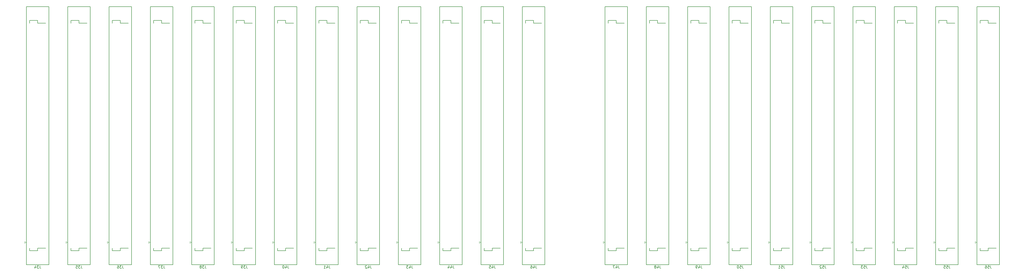
<source format=gbr>
G04 #@! TF.GenerationSoftware,KiCad,Pcbnew,(5.0.0)*
G04 #@! TF.CreationDate,2019-04-29T00:26:28+01:00*
G04 #@! TF.ProjectId,Backplane1,4261636B706C616E65312E6B69636164,rev?*
G04 #@! TF.SameCoordinates,Original*
G04 #@! TF.FileFunction,Legend,Bot*
G04 #@! TF.FilePolarity,Positive*
%FSLAX46Y46*%
G04 Gerber Fmt 4.6, Leading zero omitted, Abs format (unit mm)*
G04 Created by KiCad (PCBNEW (5.0.0)) date 04/29/19 00:26:28*
%MOMM*%
%LPD*%
G01*
G04 APERTURE LIST*
%ADD10C,0.120000*%
%ADD11C,0.150000*%
G04 APERTURE END LIST*
D10*
G04 #@! TO.C,J34*
X16740000Y-134320000D02*
X17340000Y-134620000D01*
X16740000Y-134920000D02*
X16740000Y-134320000D01*
X17340000Y-134620000D02*
X16740000Y-134920000D01*
D11*
X18615000Y-52750000D02*
X18615000Y-53750000D01*
X21565000Y-52750000D02*
X18615000Y-52750000D01*
X21565000Y-53750000D02*
X21565000Y-52750000D01*
X24565000Y-53750000D02*
X21565000Y-53750000D01*
X21565000Y-136750000D02*
X24565000Y-136750000D01*
X21565000Y-137750000D02*
X21565000Y-136750000D01*
X18615000Y-137750000D02*
X21565000Y-137750000D01*
X18615000Y-136750000D02*
X18615000Y-137750000D01*
X25740000Y-142850000D02*
X17440000Y-142850000D01*
X25740000Y-47650000D02*
X25740000Y-142850000D01*
X17440000Y-47650000D02*
X25740000Y-47650000D01*
X17440000Y-142850000D02*
X17440000Y-47650000D01*
D10*
G04 #@! TO.C,J35*
X31980000Y-134320000D02*
X32580000Y-134620000D01*
X31980000Y-134920000D02*
X31980000Y-134320000D01*
X32580000Y-134620000D02*
X31980000Y-134920000D01*
D11*
X33855000Y-52750000D02*
X33855000Y-53750000D01*
X36805000Y-52750000D02*
X33855000Y-52750000D01*
X36805000Y-53750000D02*
X36805000Y-52750000D01*
X39805000Y-53750000D02*
X36805000Y-53750000D01*
X36805000Y-136750000D02*
X39805000Y-136750000D01*
X36805000Y-137750000D02*
X36805000Y-136750000D01*
X33855000Y-137750000D02*
X36805000Y-137750000D01*
X33855000Y-136750000D02*
X33855000Y-137750000D01*
X40980000Y-142850000D02*
X32680000Y-142850000D01*
X40980000Y-47650000D02*
X40980000Y-142850000D01*
X32680000Y-47650000D02*
X40980000Y-47650000D01*
X32680000Y-142850000D02*
X32680000Y-47650000D01*
D10*
G04 #@! TO.C,J36*
X47220000Y-134320000D02*
X47820000Y-134620000D01*
X47220000Y-134920000D02*
X47220000Y-134320000D01*
X47820000Y-134620000D02*
X47220000Y-134920000D01*
D11*
X49095000Y-52750000D02*
X49095000Y-53750000D01*
X52045000Y-52750000D02*
X49095000Y-52750000D01*
X52045000Y-53750000D02*
X52045000Y-52750000D01*
X55045000Y-53750000D02*
X52045000Y-53750000D01*
X52045000Y-136750000D02*
X55045000Y-136750000D01*
X52045000Y-137750000D02*
X52045000Y-136750000D01*
X49095000Y-137750000D02*
X52045000Y-137750000D01*
X49095000Y-136750000D02*
X49095000Y-137750000D01*
X56220000Y-142850000D02*
X47920000Y-142850000D01*
X56220000Y-47650000D02*
X56220000Y-142850000D01*
X47920000Y-47650000D02*
X56220000Y-47650000D01*
X47920000Y-142850000D02*
X47920000Y-47650000D01*
D10*
G04 #@! TO.C,J46*
X199620000Y-134320000D02*
X200220000Y-134620000D01*
X199620000Y-134920000D02*
X199620000Y-134320000D01*
X200220000Y-134620000D02*
X199620000Y-134920000D01*
D11*
X201495000Y-52750000D02*
X201495000Y-53750000D01*
X204445000Y-52750000D02*
X201495000Y-52750000D01*
X204445000Y-53750000D02*
X204445000Y-52750000D01*
X207445000Y-53750000D02*
X204445000Y-53750000D01*
X204445000Y-136750000D02*
X207445000Y-136750000D01*
X204445000Y-137750000D02*
X204445000Y-136750000D01*
X201495000Y-137750000D02*
X204445000Y-137750000D01*
X201495000Y-136750000D02*
X201495000Y-137750000D01*
X208620000Y-142850000D02*
X200320000Y-142850000D01*
X208620000Y-47650000D02*
X208620000Y-142850000D01*
X200320000Y-47650000D02*
X208620000Y-47650000D01*
X200320000Y-142850000D02*
X200320000Y-47650000D01*
D10*
G04 #@! TO.C,J37*
X62460000Y-134320000D02*
X63060000Y-134620000D01*
X62460000Y-134920000D02*
X62460000Y-134320000D01*
X63060000Y-134620000D02*
X62460000Y-134920000D01*
D11*
X64335000Y-52750000D02*
X64335000Y-53750000D01*
X67285000Y-52750000D02*
X64335000Y-52750000D01*
X67285000Y-53750000D02*
X67285000Y-52750000D01*
X70285000Y-53750000D02*
X67285000Y-53750000D01*
X67285000Y-136750000D02*
X70285000Y-136750000D01*
X67285000Y-137750000D02*
X67285000Y-136750000D01*
X64335000Y-137750000D02*
X67285000Y-137750000D01*
X64335000Y-136750000D02*
X64335000Y-137750000D01*
X71460000Y-142850000D02*
X63160000Y-142850000D01*
X71460000Y-47650000D02*
X71460000Y-142850000D01*
X63160000Y-47650000D02*
X71460000Y-47650000D01*
X63160000Y-142850000D02*
X63160000Y-47650000D01*
D10*
G04 #@! TO.C,J38*
X77700000Y-134320000D02*
X78300000Y-134620000D01*
X77700000Y-134920000D02*
X77700000Y-134320000D01*
X78300000Y-134620000D02*
X77700000Y-134920000D01*
D11*
X79575000Y-52750000D02*
X79575000Y-53750000D01*
X82525000Y-52750000D02*
X79575000Y-52750000D01*
X82525000Y-53750000D02*
X82525000Y-52750000D01*
X85525000Y-53750000D02*
X82525000Y-53750000D01*
X82525000Y-136750000D02*
X85525000Y-136750000D01*
X82525000Y-137750000D02*
X82525000Y-136750000D01*
X79575000Y-137750000D02*
X82525000Y-137750000D01*
X79575000Y-136750000D02*
X79575000Y-137750000D01*
X86700000Y-142850000D02*
X78400000Y-142850000D01*
X86700000Y-47650000D02*
X86700000Y-142850000D01*
X78400000Y-47650000D02*
X86700000Y-47650000D01*
X78400000Y-142850000D02*
X78400000Y-47650000D01*
D10*
G04 #@! TO.C,J39*
X92940000Y-134320000D02*
X93540000Y-134620000D01*
X92940000Y-134920000D02*
X92940000Y-134320000D01*
X93540000Y-134620000D02*
X92940000Y-134920000D01*
D11*
X94815000Y-52750000D02*
X94815000Y-53750000D01*
X97765000Y-52750000D02*
X94815000Y-52750000D01*
X97765000Y-53750000D02*
X97765000Y-52750000D01*
X100765000Y-53750000D02*
X97765000Y-53750000D01*
X97765000Y-136750000D02*
X100765000Y-136750000D01*
X97765000Y-137750000D02*
X97765000Y-136750000D01*
X94815000Y-137750000D02*
X97765000Y-137750000D01*
X94815000Y-136750000D02*
X94815000Y-137750000D01*
X101940000Y-142850000D02*
X93640000Y-142850000D01*
X101940000Y-47650000D02*
X101940000Y-142850000D01*
X93640000Y-47650000D02*
X101940000Y-47650000D01*
X93640000Y-142850000D02*
X93640000Y-47650000D01*
D10*
G04 #@! TO.C,J40*
X108180000Y-134320000D02*
X108780000Y-134620000D01*
X108180000Y-134920000D02*
X108180000Y-134320000D01*
X108780000Y-134620000D02*
X108180000Y-134920000D01*
D11*
X110055000Y-52750000D02*
X110055000Y-53750000D01*
X113005000Y-52750000D02*
X110055000Y-52750000D01*
X113005000Y-53750000D02*
X113005000Y-52750000D01*
X116005000Y-53750000D02*
X113005000Y-53750000D01*
X113005000Y-136750000D02*
X116005000Y-136750000D01*
X113005000Y-137750000D02*
X113005000Y-136750000D01*
X110055000Y-137750000D02*
X113005000Y-137750000D01*
X110055000Y-136750000D02*
X110055000Y-137750000D01*
X117180000Y-142850000D02*
X108880000Y-142850000D01*
X117180000Y-47650000D02*
X117180000Y-142850000D01*
X108880000Y-47650000D02*
X117180000Y-47650000D01*
X108880000Y-142850000D02*
X108880000Y-47650000D01*
D10*
G04 #@! TO.C,J41*
X123420000Y-134320000D02*
X124020000Y-134620000D01*
X123420000Y-134920000D02*
X123420000Y-134320000D01*
X124020000Y-134620000D02*
X123420000Y-134920000D01*
D11*
X125295000Y-52750000D02*
X125295000Y-53750000D01*
X128245000Y-52750000D02*
X125295000Y-52750000D01*
X128245000Y-53750000D02*
X128245000Y-52750000D01*
X131245000Y-53750000D02*
X128245000Y-53750000D01*
X128245000Y-136750000D02*
X131245000Y-136750000D01*
X128245000Y-137750000D02*
X128245000Y-136750000D01*
X125295000Y-137750000D02*
X128245000Y-137750000D01*
X125295000Y-136750000D02*
X125295000Y-137750000D01*
X132420000Y-142850000D02*
X124120000Y-142850000D01*
X132420000Y-47650000D02*
X132420000Y-142850000D01*
X124120000Y-47650000D02*
X132420000Y-47650000D01*
X124120000Y-142850000D02*
X124120000Y-47650000D01*
D10*
G04 #@! TO.C,J42*
X138660000Y-134320000D02*
X139260000Y-134620000D01*
X138660000Y-134920000D02*
X138660000Y-134320000D01*
X139260000Y-134620000D02*
X138660000Y-134920000D01*
D11*
X140535000Y-52750000D02*
X140535000Y-53750000D01*
X143485000Y-52750000D02*
X140535000Y-52750000D01*
X143485000Y-53750000D02*
X143485000Y-52750000D01*
X146485000Y-53750000D02*
X143485000Y-53750000D01*
X143485000Y-136750000D02*
X146485000Y-136750000D01*
X143485000Y-137750000D02*
X143485000Y-136750000D01*
X140535000Y-137750000D02*
X143485000Y-137750000D01*
X140535000Y-136750000D02*
X140535000Y-137750000D01*
X147660000Y-142850000D02*
X139360000Y-142850000D01*
X147660000Y-47650000D02*
X147660000Y-142850000D01*
X139360000Y-47650000D02*
X147660000Y-47650000D01*
X139360000Y-142850000D02*
X139360000Y-47650000D01*
D10*
G04 #@! TO.C,J43*
X153900000Y-134320000D02*
X154500000Y-134620000D01*
X153900000Y-134920000D02*
X153900000Y-134320000D01*
X154500000Y-134620000D02*
X153900000Y-134920000D01*
D11*
X155775000Y-52750000D02*
X155775000Y-53750000D01*
X158725000Y-52750000D02*
X155775000Y-52750000D01*
X158725000Y-53750000D02*
X158725000Y-52750000D01*
X161725000Y-53750000D02*
X158725000Y-53750000D01*
X158725000Y-136750000D02*
X161725000Y-136750000D01*
X158725000Y-137750000D02*
X158725000Y-136750000D01*
X155775000Y-137750000D02*
X158725000Y-137750000D01*
X155775000Y-136750000D02*
X155775000Y-137750000D01*
X162900000Y-142850000D02*
X154600000Y-142850000D01*
X162900000Y-47650000D02*
X162900000Y-142850000D01*
X154600000Y-47650000D02*
X162900000Y-47650000D01*
X154600000Y-142850000D02*
X154600000Y-47650000D01*
D10*
G04 #@! TO.C,J44*
X169140000Y-134320000D02*
X169740000Y-134620000D01*
X169140000Y-134920000D02*
X169140000Y-134320000D01*
X169740000Y-134620000D02*
X169140000Y-134920000D01*
D11*
X171015000Y-52750000D02*
X171015000Y-53750000D01*
X173965000Y-52750000D02*
X171015000Y-52750000D01*
X173965000Y-53750000D02*
X173965000Y-52750000D01*
X176965000Y-53750000D02*
X173965000Y-53750000D01*
X173965000Y-136750000D02*
X176965000Y-136750000D01*
X173965000Y-137750000D02*
X173965000Y-136750000D01*
X171015000Y-137750000D02*
X173965000Y-137750000D01*
X171015000Y-136750000D02*
X171015000Y-137750000D01*
X178140000Y-142850000D02*
X169840000Y-142850000D01*
X178140000Y-47650000D02*
X178140000Y-142850000D01*
X169840000Y-47650000D02*
X178140000Y-47650000D01*
X169840000Y-142850000D02*
X169840000Y-47650000D01*
D10*
G04 #@! TO.C,J45*
X184380000Y-134320000D02*
X184980000Y-134620000D01*
X184380000Y-134920000D02*
X184380000Y-134320000D01*
X184980000Y-134620000D02*
X184380000Y-134920000D01*
D11*
X186255000Y-52750000D02*
X186255000Y-53750000D01*
X189205000Y-52750000D02*
X186255000Y-52750000D01*
X189205000Y-53750000D02*
X189205000Y-52750000D01*
X192205000Y-53750000D02*
X189205000Y-53750000D01*
X189205000Y-136750000D02*
X192205000Y-136750000D01*
X189205000Y-137750000D02*
X189205000Y-136750000D01*
X186255000Y-137750000D02*
X189205000Y-137750000D01*
X186255000Y-136750000D02*
X186255000Y-137750000D01*
X193380000Y-142850000D02*
X185080000Y-142850000D01*
X193380000Y-47650000D02*
X193380000Y-142850000D01*
X185080000Y-47650000D02*
X193380000Y-47650000D01*
X185080000Y-142850000D02*
X185080000Y-47650000D01*
D10*
G04 #@! TO.C,J47*
X230100000Y-134320000D02*
X230700000Y-134620000D01*
X230100000Y-134920000D02*
X230100000Y-134320000D01*
X230700000Y-134620000D02*
X230100000Y-134920000D01*
D11*
X231975000Y-52750000D02*
X231975000Y-53750000D01*
X234925000Y-52750000D02*
X231975000Y-52750000D01*
X234925000Y-53750000D02*
X234925000Y-52750000D01*
X237925000Y-53750000D02*
X234925000Y-53750000D01*
X234925000Y-136750000D02*
X237925000Y-136750000D01*
X234925000Y-137750000D02*
X234925000Y-136750000D01*
X231975000Y-137750000D02*
X234925000Y-137750000D01*
X231975000Y-136750000D02*
X231975000Y-137750000D01*
X239100000Y-142850000D02*
X230800000Y-142850000D01*
X239100000Y-47650000D02*
X239100000Y-142850000D01*
X230800000Y-47650000D02*
X239100000Y-47650000D01*
X230800000Y-142850000D02*
X230800000Y-47650000D01*
D10*
G04 #@! TO.C,J48*
X245340000Y-134320000D02*
X245940000Y-134620000D01*
X245340000Y-134920000D02*
X245340000Y-134320000D01*
X245940000Y-134620000D02*
X245340000Y-134920000D01*
D11*
X247215000Y-52750000D02*
X247215000Y-53750000D01*
X250165000Y-52750000D02*
X247215000Y-52750000D01*
X250165000Y-53750000D02*
X250165000Y-52750000D01*
X253165000Y-53750000D02*
X250165000Y-53750000D01*
X250165000Y-136750000D02*
X253165000Y-136750000D01*
X250165000Y-137750000D02*
X250165000Y-136750000D01*
X247215000Y-137750000D02*
X250165000Y-137750000D01*
X247215000Y-136750000D02*
X247215000Y-137750000D01*
X254340000Y-142850000D02*
X246040000Y-142850000D01*
X254340000Y-47650000D02*
X254340000Y-142850000D01*
X246040000Y-47650000D02*
X254340000Y-47650000D01*
X246040000Y-142850000D02*
X246040000Y-47650000D01*
D10*
G04 #@! TO.C,J49*
X260580000Y-134320000D02*
X261180000Y-134620000D01*
X260580000Y-134920000D02*
X260580000Y-134320000D01*
X261180000Y-134620000D02*
X260580000Y-134920000D01*
D11*
X262455000Y-52750000D02*
X262455000Y-53750000D01*
X265405000Y-52750000D02*
X262455000Y-52750000D01*
X265405000Y-53750000D02*
X265405000Y-52750000D01*
X268405000Y-53750000D02*
X265405000Y-53750000D01*
X265405000Y-136750000D02*
X268405000Y-136750000D01*
X265405000Y-137750000D02*
X265405000Y-136750000D01*
X262455000Y-137750000D02*
X265405000Y-137750000D01*
X262455000Y-136750000D02*
X262455000Y-137750000D01*
X269580000Y-142850000D02*
X261280000Y-142850000D01*
X269580000Y-47650000D02*
X269580000Y-142850000D01*
X261280000Y-47650000D02*
X269580000Y-47650000D01*
X261280000Y-142850000D02*
X261280000Y-47650000D01*
D10*
G04 #@! TO.C,J50*
X275820000Y-134320000D02*
X276420000Y-134620000D01*
X275820000Y-134920000D02*
X275820000Y-134320000D01*
X276420000Y-134620000D02*
X275820000Y-134920000D01*
D11*
X277695000Y-52750000D02*
X277695000Y-53750000D01*
X280645000Y-52750000D02*
X277695000Y-52750000D01*
X280645000Y-53750000D02*
X280645000Y-52750000D01*
X283645000Y-53750000D02*
X280645000Y-53750000D01*
X280645000Y-136750000D02*
X283645000Y-136750000D01*
X280645000Y-137750000D02*
X280645000Y-136750000D01*
X277695000Y-137750000D02*
X280645000Y-137750000D01*
X277695000Y-136750000D02*
X277695000Y-137750000D01*
X284820000Y-142850000D02*
X276520000Y-142850000D01*
X284820000Y-47650000D02*
X284820000Y-142850000D01*
X276520000Y-47650000D02*
X284820000Y-47650000D01*
X276520000Y-142850000D02*
X276520000Y-47650000D01*
D10*
G04 #@! TO.C,J51*
X291060000Y-134320000D02*
X291660000Y-134620000D01*
X291060000Y-134920000D02*
X291060000Y-134320000D01*
X291660000Y-134620000D02*
X291060000Y-134920000D01*
D11*
X292935000Y-52750000D02*
X292935000Y-53750000D01*
X295885000Y-52750000D02*
X292935000Y-52750000D01*
X295885000Y-53750000D02*
X295885000Y-52750000D01*
X298885000Y-53750000D02*
X295885000Y-53750000D01*
X295885000Y-136750000D02*
X298885000Y-136750000D01*
X295885000Y-137750000D02*
X295885000Y-136750000D01*
X292935000Y-137750000D02*
X295885000Y-137750000D01*
X292935000Y-136750000D02*
X292935000Y-137750000D01*
X300060000Y-142850000D02*
X291760000Y-142850000D01*
X300060000Y-47650000D02*
X300060000Y-142850000D01*
X291760000Y-47650000D02*
X300060000Y-47650000D01*
X291760000Y-142850000D02*
X291760000Y-47650000D01*
D10*
G04 #@! TO.C,J52*
X306300000Y-134320000D02*
X306900000Y-134620000D01*
X306300000Y-134920000D02*
X306300000Y-134320000D01*
X306900000Y-134620000D02*
X306300000Y-134920000D01*
D11*
X308175000Y-52750000D02*
X308175000Y-53750000D01*
X311125000Y-52750000D02*
X308175000Y-52750000D01*
X311125000Y-53750000D02*
X311125000Y-52750000D01*
X314125000Y-53750000D02*
X311125000Y-53750000D01*
X311125000Y-136750000D02*
X314125000Y-136750000D01*
X311125000Y-137750000D02*
X311125000Y-136750000D01*
X308175000Y-137750000D02*
X311125000Y-137750000D01*
X308175000Y-136750000D02*
X308175000Y-137750000D01*
X315300000Y-142850000D02*
X307000000Y-142850000D01*
X315300000Y-47650000D02*
X315300000Y-142850000D01*
X307000000Y-47650000D02*
X315300000Y-47650000D01*
X307000000Y-142850000D02*
X307000000Y-47650000D01*
D10*
G04 #@! TO.C,J53*
X321540000Y-134320000D02*
X322140000Y-134620000D01*
X321540000Y-134920000D02*
X321540000Y-134320000D01*
X322140000Y-134620000D02*
X321540000Y-134920000D01*
D11*
X323415000Y-52750000D02*
X323415000Y-53750000D01*
X326365000Y-52750000D02*
X323415000Y-52750000D01*
X326365000Y-53750000D02*
X326365000Y-52750000D01*
X329365000Y-53750000D02*
X326365000Y-53750000D01*
X326365000Y-136750000D02*
X329365000Y-136750000D01*
X326365000Y-137750000D02*
X326365000Y-136750000D01*
X323415000Y-137750000D02*
X326365000Y-137750000D01*
X323415000Y-136750000D02*
X323415000Y-137750000D01*
X330540000Y-142850000D02*
X322240000Y-142850000D01*
X330540000Y-47650000D02*
X330540000Y-142850000D01*
X322240000Y-47650000D02*
X330540000Y-47650000D01*
X322240000Y-142850000D02*
X322240000Y-47650000D01*
D10*
G04 #@! TO.C,J54*
X336780000Y-134320000D02*
X337380000Y-134620000D01*
X336780000Y-134920000D02*
X336780000Y-134320000D01*
X337380000Y-134620000D02*
X336780000Y-134920000D01*
D11*
X338655000Y-52750000D02*
X338655000Y-53750000D01*
X341605000Y-52750000D02*
X338655000Y-52750000D01*
X341605000Y-53750000D02*
X341605000Y-52750000D01*
X344605000Y-53750000D02*
X341605000Y-53750000D01*
X341605000Y-136750000D02*
X344605000Y-136750000D01*
X341605000Y-137750000D02*
X341605000Y-136750000D01*
X338655000Y-137750000D02*
X341605000Y-137750000D01*
X338655000Y-136750000D02*
X338655000Y-137750000D01*
X345780000Y-142850000D02*
X337480000Y-142850000D01*
X345780000Y-47650000D02*
X345780000Y-142850000D01*
X337480000Y-47650000D02*
X345780000Y-47650000D01*
X337480000Y-142850000D02*
X337480000Y-47650000D01*
D10*
G04 #@! TO.C,J55*
X352020000Y-134320000D02*
X352620000Y-134620000D01*
X352020000Y-134920000D02*
X352020000Y-134320000D01*
X352620000Y-134620000D02*
X352020000Y-134920000D01*
D11*
X353895000Y-52750000D02*
X353895000Y-53750000D01*
X356845000Y-52750000D02*
X353895000Y-52750000D01*
X356845000Y-53750000D02*
X356845000Y-52750000D01*
X359845000Y-53750000D02*
X356845000Y-53750000D01*
X356845000Y-136750000D02*
X359845000Y-136750000D01*
X356845000Y-137750000D02*
X356845000Y-136750000D01*
X353895000Y-137750000D02*
X356845000Y-137750000D01*
X353895000Y-136750000D02*
X353895000Y-137750000D01*
X361020000Y-142850000D02*
X352720000Y-142850000D01*
X361020000Y-47650000D02*
X361020000Y-142850000D01*
X352720000Y-47650000D02*
X361020000Y-47650000D01*
X352720000Y-142850000D02*
X352720000Y-47650000D01*
D10*
G04 #@! TO.C,J56*
X367260000Y-134320000D02*
X367860000Y-134620000D01*
X367260000Y-134920000D02*
X367260000Y-134320000D01*
X367860000Y-134620000D02*
X367260000Y-134920000D01*
D11*
X369135000Y-52750000D02*
X369135000Y-53750000D01*
X372085000Y-52750000D02*
X369135000Y-52750000D01*
X372085000Y-53750000D02*
X372085000Y-52750000D01*
X375085000Y-53750000D02*
X372085000Y-53750000D01*
X372085000Y-136750000D02*
X375085000Y-136750000D01*
X372085000Y-137750000D02*
X372085000Y-136750000D01*
X369135000Y-137750000D02*
X372085000Y-137750000D01*
X369135000Y-136750000D02*
X369135000Y-137750000D01*
X376260000Y-142850000D02*
X367960000Y-142850000D01*
X376260000Y-47650000D02*
X376260000Y-142850000D01*
X367960000Y-47650000D02*
X376260000Y-47650000D01*
X367960000Y-142850000D02*
X367960000Y-47650000D01*
G04 #@! TO.C,J34*
X22399523Y-143202380D02*
X22399523Y-143916666D01*
X22447142Y-144059523D01*
X22542380Y-144154761D01*
X22685238Y-144202380D01*
X22780476Y-144202380D01*
X22018571Y-143202380D02*
X21399523Y-143202380D01*
X21732857Y-143583333D01*
X21590000Y-143583333D01*
X21494761Y-143630952D01*
X21447142Y-143678571D01*
X21399523Y-143773809D01*
X21399523Y-144011904D01*
X21447142Y-144107142D01*
X21494761Y-144154761D01*
X21590000Y-144202380D01*
X21875714Y-144202380D01*
X21970952Y-144154761D01*
X22018571Y-144107142D01*
X20542380Y-143535714D02*
X20542380Y-144202380D01*
X20780476Y-143154761D02*
X21018571Y-143869047D01*
X20399523Y-143869047D01*
G04 #@! TO.C,J35*
X37639523Y-143202380D02*
X37639523Y-143916666D01*
X37687142Y-144059523D01*
X37782380Y-144154761D01*
X37925238Y-144202380D01*
X38020476Y-144202380D01*
X37258571Y-143202380D02*
X36639523Y-143202380D01*
X36972857Y-143583333D01*
X36830000Y-143583333D01*
X36734761Y-143630952D01*
X36687142Y-143678571D01*
X36639523Y-143773809D01*
X36639523Y-144011904D01*
X36687142Y-144107142D01*
X36734761Y-144154761D01*
X36830000Y-144202380D01*
X37115714Y-144202380D01*
X37210952Y-144154761D01*
X37258571Y-144107142D01*
X35734761Y-143202380D02*
X36210952Y-143202380D01*
X36258571Y-143678571D01*
X36210952Y-143630952D01*
X36115714Y-143583333D01*
X35877619Y-143583333D01*
X35782380Y-143630952D01*
X35734761Y-143678571D01*
X35687142Y-143773809D01*
X35687142Y-144011904D01*
X35734761Y-144107142D01*
X35782380Y-144154761D01*
X35877619Y-144202380D01*
X36115714Y-144202380D01*
X36210952Y-144154761D01*
X36258571Y-144107142D01*
G04 #@! TO.C,J36*
X52879523Y-143202380D02*
X52879523Y-143916666D01*
X52927142Y-144059523D01*
X53022380Y-144154761D01*
X53165238Y-144202380D01*
X53260476Y-144202380D01*
X52498571Y-143202380D02*
X51879523Y-143202380D01*
X52212857Y-143583333D01*
X52070000Y-143583333D01*
X51974761Y-143630952D01*
X51927142Y-143678571D01*
X51879523Y-143773809D01*
X51879523Y-144011904D01*
X51927142Y-144107142D01*
X51974761Y-144154761D01*
X52070000Y-144202380D01*
X52355714Y-144202380D01*
X52450952Y-144154761D01*
X52498571Y-144107142D01*
X51022380Y-143202380D02*
X51212857Y-143202380D01*
X51308095Y-143250000D01*
X51355714Y-143297619D01*
X51450952Y-143440476D01*
X51498571Y-143630952D01*
X51498571Y-144011904D01*
X51450952Y-144107142D01*
X51403333Y-144154761D01*
X51308095Y-144202380D01*
X51117619Y-144202380D01*
X51022380Y-144154761D01*
X50974761Y-144107142D01*
X50927142Y-144011904D01*
X50927142Y-143773809D01*
X50974761Y-143678571D01*
X51022380Y-143630952D01*
X51117619Y-143583333D01*
X51308095Y-143583333D01*
X51403333Y-143630952D01*
X51450952Y-143678571D01*
X51498571Y-143773809D01*
G04 #@! TO.C,J46*
X205279523Y-143202380D02*
X205279523Y-143916666D01*
X205327142Y-144059523D01*
X205422380Y-144154761D01*
X205565238Y-144202380D01*
X205660476Y-144202380D01*
X204374761Y-143535714D02*
X204374761Y-144202380D01*
X204612857Y-143154761D02*
X204850952Y-143869047D01*
X204231904Y-143869047D01*
X203422380Y-143202380D02*
X203612857Y-143202380D01*
X203708095Y-143250000D01*
X203755714Y-143297619D01*
X203850952Y-143440476D01*
X203898571Y-143630952D01*
X203898571Y-144011904D01*
X203850952Y-144107142D01*
X203803333Y-144154761D01*
X203708095Y-144202380D01*
X203517619Y-144202380D01*
X203422380Y-144154761D01*
X203374761Y-144107142D01*
X203327142Y-144011904D01*
X203327142Y-143773809D01*
X203374761Y-143678571D01*
X203422380Y-143630952D01*
X203517619Y-143583333D01*
X203708095Y-143583333D01*
X203803333Y-143630952D01*
X203850952Y-143678571D01*
X203898571Y-143773809D01*
G04 #@! TO.C,J37*
X68119523Y-143202380D02*
X68119523Y-143916666D01*
X68167142Y-144059523D01*
X68262380Y-144154761D01*
X68405238Y-144202380D01*
X68500476Y-144202380D01*
X67738571Y-143202380D02*
X67119523Y-143202380D01*
X67452857Y-143583333D01*
X67310000Y-143583333D01*
X67214761Y-143630952D01*
X67167142Y-143678571D01*
X67119523Y-143773809D01*
X67119523Y-144011904D01*
X67167142Y-144107142D01*
X67214761Y-144154761D01*
X67310000Y-144202380D01*
X67595714Y-144202380D01*
X67690952Y-144154761D01*
X67738571Y-144107142D01*
X66786190Y-143202380D02*
X66119523Y-143202380D01*
X66548095Y-144202380D01*
G04 #@! TO.C,J38*
X83359523Y-143202380D02*
X83359523Y-143916666D01*
X83407142Y-144059523D01*
X83502380Y-144154761D01*
X83645238Y-144202380D01*
X83740476Y-144202380D01*
X82978571Y-143202380D02*
X82359523Y-143202380D01*
X82692857Y-143583333D01*
X82550000Y-143583333D01*
X82454761Y-143630952D01*
X82407142Y-143678571D01*
X82359523Y-143773809D01*
X82359523Y-144011904D01*
X82407142Y-144107142D01*
X82454761Y-144154761D01*
X82550000Y-144202380D01*
X82835714Y-144202380D01*
X82930952Y-144154761D01*
X82978571Y-144107142D01*
X81788095Y-143630952D02*
X81883333Y-143583333D01*
X81930952Y-143535714D01*
X81978571Y-143440476D01*
X81978571Y-143392857D01*
X81930952Y-143297619D01*
X81883333Y-143250000D01*
X81788095Y-143202380D01*
X81597619Y-143202380D01*
X81502380Y-143250000D01*
X81454761Y-143297619D01*
X81407142Y-143392857D01*
X81407142Y-143440476D01*
X81454761Y-143535714D01*
X81502380Y-143583333D01*
X81597619Y-143630952D01*
X81788095Y-143630952D01*
X81883333Y-143678571D01*
X81930952Y-143726190D01*
X81978571Y-143821428D01*
X81978571Y-144011904D01*
X81930952Y-144107142D01*
X81883333Y-144154761D01*
X81788095Y-144202380D01*
X81597619Y-144202380D01*
X81502380Y-144154761D01*
X81454761Y-144107142D01*
X81407142Y-144011904D01*
X81407142Y-143821428D01*
X81454761Y-143726190D01*
X81502380Y-143678571D01*
X81597619Y-143630952D01*
G04 #@! TO.C,J39*
X98599523Y-143202380D02*
X98599523Y-143916666D01*
X98647142Y-144059523D01*
X98742380Y-144154761D01*
X98885238Y-144202380D01*
X98980476Y-144202380D01*
X98218571Y-143202380D02*
X97599523Y-143202380D01*
X97932857Y-143583333D01*
X97790000Y-143583333D01*
X97694761Y-143630952D01*
X97647142Y-143678571D01*
X97599523Y-143773809D01*
X97599523Y-144011904D01*
X97647142Y-144107142D01*
X97694761Y-144154761D01*
X97790000Y-144202380D01*
X98075714Y-144202380D01*
X98170952Y-144154761D01*
X98218571Y-144107142D01*
X97123333Y-144202380D02*
X96932857Y-144202380D01*
X96837619Y-144154761D01*
X96790000Y-144107142D01*
X96694761Y-143964285D01*
X96647142Y-143773809D01*
X96647142Y-143392857D01*
X96694761Y-143297619D01*
X96742380Y-143250000D01*
X96837619Y-143202380D01*
X97028095Y-143202380D01*
X97123333Y-143250000D01*
X97170952Y-143297619D01*
X97218571Y-143392857D01*
X97218571Y-143630952D01*
X97170952Y-143726190D01*
X97123333Y-143773809D01*
X97028095Y-143821428D01*
X96837619Y-143821428D01*
X96742380Y-143773809D01*
X96694761Y-143726190D01*
X96647142Y-143630952D01*
G04 #@! TO.C,J40*
X113839523Y-143202380D02*
X113839523Y-143916666D01*
X113887142Y-144059523D01*
X113982380Y-144154761D01*
X114125238Y-144202380D01*
X114220476Y-144202380D01*
X112934761Y-143535714D02*
X112934761Y-144202380D01*
X113172857Y-143154761D02*
X113410952Y-143869047D01*
X112791904Y-143869047D01*
X112220476Y-143202380D02*
X112125238Y-143202380D01*
X112030000Y-143250000D01*
X111982380Y-143297619D01*
X111934761Y-143392857D01*
X111887142Y-143583333D01*
X111887142Y-143821428D01*
X111934761Y-144011904D01*
X111982380Y-144107142D01*
X112030000Y-144154761D01*
X112125238Y-144202380D01*
X112220476Y-144202380D01*
X112315714Y-144154761D01*
X112363333Y-144107142D01*
X112410952Y-144011904D01*
X112458571Y-143821428D01*
X112458571Y-143583333D01*
X112410952Y-143392857D01*
X112363333Y-143297619D01*
X112315714Y-143250000D01*
X112220476Y-143202380D01*
G04 #@! TO.C,J41*
X129079523Y-143202380D02*
X129079523Y-143916666D01*
X129127142Y-144059523D01*
X129222380Y-144154761D01*
X129365238Y-144202380D01*
X129460476Y-144202380D01*
X128174761Y-143535714D02*
X128174761Y-144202380D01*
X128412857Y-143154761D02*
X128650952Y-143869047D01*
X128031904Y-143869047D01*
X127127142Y-144202380D02*
X127698571Y-144202380D01*
X127412857Y-144202380D02*
X127412857Y-143202380D01*
X127508095Y-143345238D01*
X127603333Y-143440476D01*
X127698571Y-143488095D01*
G04 #@! TO.C,J42*
X144319523Y-143202380D02*
X144319523Y-143916666D01*
X144367142Y-144059523D01*
X144462380Y-144154761D01*
X144605238Y-144202380D01*
X144700476Y-144202380D01*
X143414761Y-143535714D02*
X143414761Y-144202380D01*
X143652857Y-143154761D02*
X143890952Y-143869047D01*
X143271904Y-143869047D01*
X142938571Y-143297619D02*
X142890952Y-143250000D01*
X142795714Y-143202380D01*
X142557619Y-143202380D01*
X142462380Y-143250000D01*
X142414761Y-143297619D01*
X142367142Y-143392857D01*
X142367142Y-143488095D01*
X142414761Y-143630952D01*
X142986190Y-144202380D01*
X142367142Y-144202380D01*
G04 #@! TO.C,J43*
X159559523Y-143202380D02*
X159559523Y-143916666D01*
X159607142Y-144059523D01*
X159702380Y-144154761D01*
X159845238Y-144202380D01*
X159940476Y-144202380D01*
X158654761Y-143535714D02*
X158654761Y-144202380D01*
X158892857Y-143154761D02*
X159130952Y-143869047D01*
X158511904Y-143869047D01*
X158226190Y-143202380D02*
X157607142Y-143202380D01*
X157940476Y-143583333D01*
X157797619Y-143583333D01*
X157702380Y-143630952D01*
X157654761Y-143678571D01*
X157607142Y-143773809D01*
X157607142Y-144011904D01*
X157654761Y-144107142D01*
X157702380Y-144154761D01*
X157797619Y-144202380D01*
X158083333Y-144202380D01*
X158178571Y-144154761D01*
X158226190Y-144107142D01*
G04 #@! TO.C,J44*
X174799523Y-143202380D02*
X174799523Y-143916666D01*
X174847142Y-144059523D01*
X174942380Y-144154761D01*
X175085238Y-144202380D01*
X175180476Y-144202380D01*
X173894761Y-143535714D02*
X173894761Y-144202380D01*
X174132857Y-143154761D02*
X174370952Y-143869047D01*
X173751904Y-143869047D01*
X172942380Y-143535714D02*
X172942380Y-144202380D01*
X173180476Y-143154761D02*
X173418571Y-143869047D01*
X172799523Y-143869047D01*
G04 #@! TO.C,J45*
X190039523Y-143202380D02*
X190039523Y-143916666D01*
X190087142Y-144059523D01*
X190182380Y-144154761D01*
X190325238Y-144202380D01*
X190420476Y-144202380D01*
X189134761Y-143535714D02*
X189134761Y-144202380D01*
X189372857Y-143154761D02*
X189610952Y-143869047D01*
X188991904Y-143869047D01*
X188134761Y-143202380D02*
X188610952Y-143202380D01*
X188658571Y-143678571D01*
X188610952Y-143630952D01*
X188515714Y-143583333D01*
X188277619Y-143583333D01*
X188182380Y-143630952D01*
X188134761Y-143678571D01*
X188087142Y-143773809D01*
X188087142Y-144011904D01*
X188134761Y-144107142D01*
X188182380Y-144154761D01*
X188277619Y-144202380D01*
X188515714Y-144202380D01*
X188610952Y-144154761D01*
X188658571Y-144107142D01*
G04 #@! TO.C,J47*
X235759523Y-143202380D02*
X235759523Y-143916666D01*
X235807142Y-144059523D01*
X235902380Y-144154761D01*
X236045238Y-144202380D01*
X236140476Y-144202380D01*
X234854761Y-143535714D02*
X234854761Y-144202380D01*
X235092857Y-143154761D02*
X235330952Y-143869047D01*
X234711904Y-143869047D01*
X234426190Y-143202380D02*
X233759523Y-143202380D01*
X234188095Y-144202380D01*
G04 #@! TO.C,J48*
X250999523Y-143202380D02*
X250999523Y-143916666D01*
X251047142Y-144059523D01*
X251142380Y-144154761D01*
X251285238Y-144202380D01*
X251380476Y-144202380D01*
X250094761Y-143535714D02*
X250094761Y-144202380D01*
X250332857Y-143154761D02*
X250570952Y-143869047D01*
X249951904Y-143869047D01*
X249428095Y-143630952D02*
X249523333Y-143583333D01*
X249570952Y-143535714D01*
X249618571Y-143440476D01*
X249618571Y-143392857D01*
X249570952Y-143297619D01*
X249523333Y-143250000D01*
X249428095Y-143202380D01*
X249237619Y-143202380D01*
X249142380Y-143250000D01*
X249094761Y-143297619D01*
X249047142Y-143392857D01*
X249047142Y-143440476D01*
X249094761Y-143535714D01*
X249142380Y-143583333D01*
X249237619Y-143630952D01*
X249428095Y-143630952D01*
X249523333Y-143678571D01*
X249570952Y-143726190D01*
X249618571Y-143821428D01*
X249618571Y-144011904D01*
X249570952Y-144107142D01*
X249523333Y-144154761D01*
X249428095Y-144202380D01*
X249237619Y-144202380D01*
X249142380Y-144154761D01*
X249094761Y-144107142D01*
X249047142Y-144011904D01*
X249047142Y-143821428D01*
X249094761Y-143726190D01*
X249142380Y-143678571D01*
X249237619Y-143630952D01*
G04 #@! TO.C,J49*
X266239523Y-143202380D02*
X266239523Y-143916666D01*
X266287142Y-144059523D01*
X266382380Y-144154761D01*
X266525238Y-144202380D01*
X266620476Y-144202380D01*
X265334761Y-143535714D02*
X265334761Y-144202380D01*
X265572857Y-143154761D02*
X265810952Y-143869047D01*
X265191904Y-143869047D01*
X264763333Y-144202380D02*
X264572857Y-144202380D01*
X264477619Y-144154761D01*
X264430000Y-144107142D01*
X264334761Y-143964285D01*
X264287142Y-143773809D01*
X264287142Y-143392857D01*
X264334761Y-143297619D01*
X264382380Y-143250000D01*
X264477619Y-143202380D01*
X264668095Y-143202380D01*
X264763333Y-143250000D01*
X264810952Y-143297619D01*
X264858571Y-143392857D01*
X264858571Y-143630952D01*
X264810952Y-143726190D01*
X264763333Y-143773809D01*
X264668095Y-143821428D01*
X264477619Y-143821428D01*
X264382380Y-143773809D01*
X264334761Y-143726190D01*
X264287142Y-143630952D01*
G04 #@! TO.C,J50*
X281479523Y-143202380D02*
X281479523Y-143916666D01*
X281527142Y-144059523D01*
X281622380Y-144154761D01*
X281765238Y-144202380D01*
X281860476Y-144202380D01*
X280527142Y-143202380D02*
X281003333Y-143202380D01*
X281050952Y-143678571D01*
X281003333Y-143630952D01*
X280908095Y-143583333D01*
X280670000Y-143583333D01*
X280574761Y-143630952D01*
X280527142Y-143678571D01*
X280479523Y-143773809D01*
X280479523Y-144011904D01*
X280527142Y-144107142D01*
X280574761Y-144154761D01*
X280670000Y-144202380D01*
X280908095Y-144202380D01*
X281003333Y-144154761D01*
X281050952Y-144107142D01*
X279860476Y-143202380D02*
X279765238Y-143202380D01*
X279670000Y-143250000D01*
X279622380Y-143297619D01*
X279574761Y-143392857D01*
X279527142Y-143583333D01*
X279527142Y-143821428D01*
X279574761Y-144011904D01*
X279622380Y-144107142D01*
X279670000Y-144154761D01*
X279765238Y-144202380D01*
X279860476Y-144202380D01*
X279955714Y-144154761D01*
X280003333Y-144107142D01*
X280050952Y-144011904D01*
X280098571Y-143821428D01*
X280098571Y-143583333D01*
X280050952Y-143392857D01*
X280003333Y-143297619D01*
X279955714Y-143250000D01*
X279860476Y-143202380D01*
G04 #@! TO.C,J51*
X296719523Y-143202380D02*
X296719523Y-143916666D01*
X296767142Y-144059523D01*
X296862380Y-144154761D01*
X297005238Y-144202380D01*
X297100476Y-144202380D01*
X295767142Y-143202380D02*
X296243333Y-143202380D01*
X296290952Y-143678571D01*
X296243333Y-143630952D01*
X296148095Y-143583333D01*
X295910000Y-143583333D01*
X295814761Y-143630952D01*
X295767142Y-143678571D01*
X295719523Y-143773809D01*
X295719523Y-144011904D01*
X295767142Y-144107142D01*
X295814761Y-144154761D01*
X295910000Y-144202380D01*
X296148095Y-144202380D01*
X296243333Y-144154761D01*
X296290952Y-144107142D01*
X294767142Y-144202380D02*
X295338571Y-144202380D01*
X295052857Y-144202380D02*
X295052857Y-143202380D01*
X295148095Y-143345238D01*
X295243333Y-143440476D01*
X295338571Y-143488095D01*
G04 #@! TO.C,J52*
X311959523Y-143202380D02*
X311959523Y-143916666D01*
X312007142Y-144059523D01*
X312102380Y-144154761D01*
X312245238Y-144202380D01*
X312340476Y-144202380D01*
X311007142Y-143202380D02*
X311483333Y-143202380D01*
X311530952Y-143678571D01*
X311483333Y-143630952D01*
X311388095Y-143583333D01*
X311150000Y-143583333D01*
X311054761Y-143630952D01*
X311007142Y-143678571D01*
X310959523Y-143773809D01*
X310959523Y-144011904D01*
X311007142Y-144107142D01*
X311054761Y-144154761D01*
X311150000Y-144202380D01*
X311388095Y-144202380D01*
X311483333Y-144154761D01*
X311530952Y-144107142D01*
X310578571Y-143297619D02*
X310530952Y-143250000D01*
X310435714Y-143202380D01*
X310197619Y-143202380D01*
X310102380Y-143250000D01*
X310054761Y-143297619D01*
X310007142Y-143392857D01*
X310007142Y-143488095D01*
X310054761Y-143630952D01*
X310626190Y-144202380D01*
X310007142Y-144202380D01*
G04 #@! TO.C,J53*
X327199523Y-143202380D02*
X327199523Y-143916666D01*
X327247142Y-144059523D01*
X327342380Y-144154761D01*
X327485238Y-144202380D01*
X327580476Y-144202380D01*
X326247142Y-143202380D02*
X326723333Y-143202380D01*
X326770952Y-143678571D01*
X326723333Y-143630952D01*
X326628095Y-143583333D01*
X326390000Y-143583333D01*
X326294761Y-143630952D01*
X326247142Y-143678571D01*
X326199523Y-143773809D01*
X326199523Y-144011904D01*
X326247142Y-144107142D01*
X326294761Y-144154761D01*
X326390000Y-144202380D01*
X326628095Y-144202380D01*
X326723333Y-144154761D01*
X326770952Y-144107142D01*
X325866190Y-143202380D02*
X325247142Y-143202380D01*
X325580476Y-143583333D01*
X325437619Y-143583333D01*
X325342380Y-143630952D01*
X325294761Y-143678571D01*
X325247142Y-143773809D01*
X325247142Y-144011904D01*
X325294761Y-144107142D01*
X325342380Y-144154761D01*
X325437619Y-144202380D01*
X325723333Y-144202380D01*
X325818571Y-144154761D01*
X325866190Y-144107142D01*
G04 #@! TO.C,J54*
X342439523Y-143202380D02*
X342439523Y-143916666D01*
X342487142Y-144059523D01*
X342582380Y-144154761D01*
X342725238Y-144202380D01*
X342820476Y-144202380D01*
X341487142Y-143202380D02*
X341963333Y-143202380D01*
X342010952Y-143678571D01*
X341963333Y-143630952D01*
X341868095Y-143583333D01*
X341630000Y-143583333D01*
X341534761Y-143630952D01*
X341487142Y-143678571D01*
X341439523Y-143773809D01*
X341439523Y-144011904D01*
X341487142Y-144107142D01*
X341534761Y-144154761D01*
X341630000Y-144202380D01*
X341868095Y-144202380D01*
X341963333Y-144154761D01*
X342010952Y-144107142D01*
X340582380Y-143535714D02*
X340582380Y-144202380D01*
X340820476Y-143154761D02*
X341058571Y-143869047D01*
X340439523Y-143869047D01*
G04 #@! TO.C,J55*
X357679523Y-143202380D02*
X357679523Y-143916666D01*
X357727142Y-144059523D01*
X357822380Y-144154761D01*
X357965238Y-144202380D01*
X358060476Y-144202380D01*
X356727142Y-143202380D02*
X357203333Y-143202380D01*
X357250952Y-143678571D01*
X357203333Y-143630952D01*
X357108095Y-143583333D01*
X356870000Y-143583333D01*
X356774761Y-143630952D01*
X356727142Y-143678571D01*
X356679523Y-143773809D01*
X356679523Y-144011904D01*
X356727142Y-144107142D01*
X356774761Y-144154761D01*
X356870000Y-144202380D01*
X357108095Y-144202380D01*
X357203333Y-144154761D01*
X357250952Y-144107142D01*
X355774761Y-143202380D02*
X356250952Y-143202380D01*
X356298571Y-143678571D01*
X356250952Y-143630952D01*
X356155714Y-143583333D01*
X355917619Y-143583333D01*
X355822380Y-143630952D01*
X355774761Y-143678571D01*
X355727142Y-143773809D01*
X355727142Y-144011904D01*
X355774761Y-144107142D01*
X355822380Y-144154761D01*
X355917619Y-144202380D01*
X356155714Y-144202380D01*
X356250952Y-144154761D01*
X356298571Y-144107142D01*
G04 #@! TO.C,J56*
X372919523Y-143202380D02*
X372919523Y-143916666D01*
X372967142Y-144059523D01*
X373062380Y-144154761D01*
X373205238Y-144202380D01*
X373300476Y-144202380D01*
X371967142Y-143202380D02*
X372443333Y-143202380D01*
X372490952Y-143678571D01*
X372443333Y-143630952D01*
X372348095Y-143583333D01*
X372110000Y-143583333D01*
X372014761Y-143630952D01*
X371967142Y-143678571D01*
X371919523Y-143773809D01*
X371919523Y-144011904D01*
X371967142Y-144107142D01*
X372014761Y-144154761D01*
X372110000Y-144202380D01*
X372348095Y-144202380D01*
X372443333Y-144154761D01*
X372490952Y-144107142D01*
X371062380Y-143202380D02*
X371252857Y-143202380D01*
X371348095Y-143250000D01*
X371395714Y-143297619D01*
X371490952Y-143440476D01*
X371538571Y-143630952D01*
X371538571Y-144011904D01*
X371490952Y-144107142D01*
X371443333Y-144154761D01*
X371348095Y-144202380D01*
X371157619Y-144202380D01*
X371062380Y-144154761D01*
X371014761Y-144107142D01*
X370967142Y-144011904D01*
X370967142Y-143773809D01*
X371014761Y-143678571D01*
X371062380Y-143630952D01*
X371157619Y-143583333D01*
X371348095Y-143583333D01*
X371443333Y-143630952D01*
X371490952Y-143678571D01*
X371538571Y-143773809D01*
G04 #@! TD*
M02*

</source>
